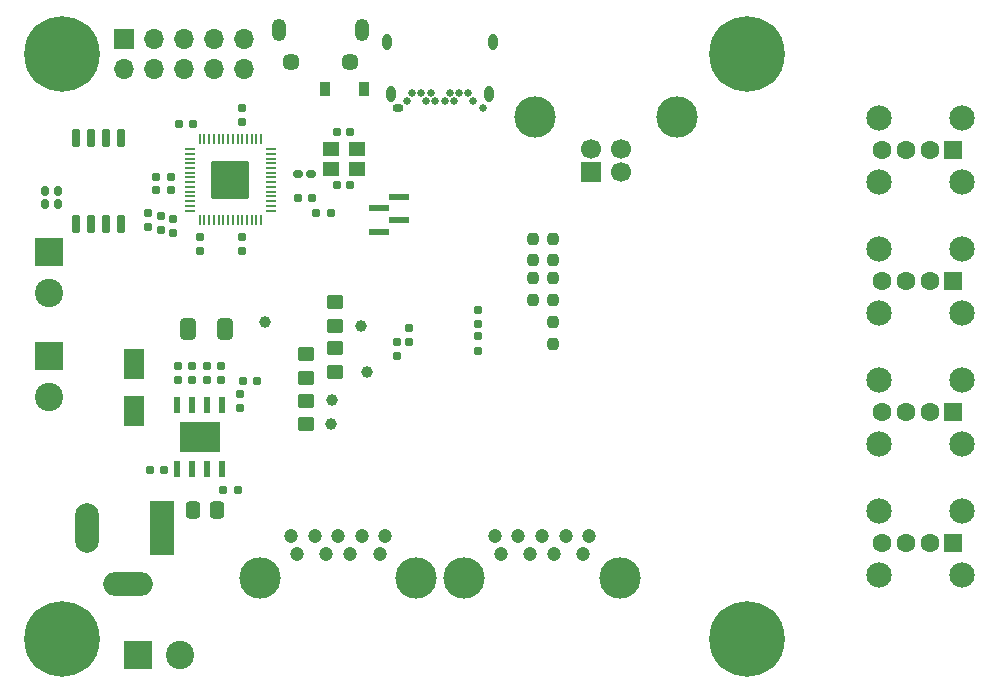
<source format=gbs>
G04 #@! TF.GenerationSoftware,KiCad,Pcbnew,(6.0.2)*
G04 #@! TF.CreationDate,2022-10-12T22:23:14+11:00*
G04 #@! TF.ProjectId,usb_xwitch,7573625f-7877-4697-9463-682e6b696361,0.2*
G04 #@! TF.SameCoordinates,Original*
G04 #@! TF.FileFunction,Soldermask,Bot*
G04 #@! TF.FilePolarity,Negative*
%FSLAX46Y46*%
G04 Gerber Fmt 4.6, Leading zero omitted, Abs format (unit mm)*
G04 Created by KiCad (PCBNEW (6.0.2)) date 2022-10-12 22:23:14*
%MOMM*%
%LPD*%
G01*
G04 APERTURE LIST*
G04 Aperture macros list*
%AMRoundRect*
0 Rectangle with rounded corners*
0 $1 Rounding radius*
0 $2 $3 $4 $5 $6 $7 $8 $9 X,Y pos of 4 corners*
0 Add a 4 corners polygon primitive as box body*
4,1,4,$2,$3,$4,$5,$6,$7,$8,$9,$2,$3,0*
0 Add four circle primitives for the rounded corners*
1,1,$1+$1,$2,$3*
1,1,$1+$1,$4,$5*
1,1,$1+$1,$6,$7*
1,1,$1+$1,$8,$9*
0 Add four rect primitives between the rounded corners*
20,1,$1+$1,$2,$3,$4,$5,0*
20,1,$1+$1,$4,$5,$6,$7,0*
20,1,$1+$1,$6,$7,$8,$9,0*
20,1,$1+$1,$8,$9,$2,$3,0*%
G04 Aperture macros list end*
%ADD10C,6.400000*%
%ADD11R,1.600000X1.600000*%
%ADD12C,1.600000*%
%ADD13C,2.150000*%
%ADD14R,1.700000X1.700000*%
%ADD15C,1.700000*%
%ADD16C,3.500000*%
%ADD17R,2.000000X4.600000*%
%ADD18O,2.000000X4.200000*%
%ADD19O,4.200000X2.000000*%
%ADD20C,1.450000*%
%ADD21O,1.200000X1.900000*%
%ADD22O,0.950000X0.650000*%
%ADD23C,0.650000*%
%ADD24O,0.800000X1.400000*%
%ADD25C,1.200000*%
%ADD26R,2.400000X2.400000*%
%ADD27C,2.400000*%
%ADD28O,1.700000X1.700000*%
%ADD29RoundRect,0.160000X0.160000X-0.197500X0.160000X0.197500X-0.160000X0.197500X-0.160000X-0.197500X0*%
%ADD30RoundRect,0.160000X0.160000X-0.222500X0.160000X0.222500X-0.160000X0.222500X-0.160000X-0.222500X0*%
%ADD31RoundRect,0.250000X0.450000X-0.350000X0.450000X0.350000X-0.450000X0.350000X-0.450000X-0.350000X0*%
%ADD32RoundRect,0.160000X-0.160000X0.197500X-0.160000X-0.197500X0.160000X-0.197500X0.160000X0.197500X0*%
%ADD33RoundRect,0.160000X0.197500X0.160000X-0.197500X0.160000X-0.197500X-0.160000X0.197500X-0.160000X0*%
%ADD34C,1.000000*%
%ADD35R,1.400000X1.200000*%
%ADD36RoundRect,0.050000X-0.050000X0.387500X-0.050000X-0.387500X0.050000X-0.387500X0.050000X0.387500X0*%
%ADD37RoundRect,0.050000X-0.387500X0.050000X-0.387500X-0.050000X0.387500X-0.050000X0.387500X0.050000X0*%
%ADD38RoundRect,0.144000X-1.456000X1.456000X-1.456000X-1.456000X1.456000X-1.456000X1.456000X1.456000X0*%
%ADD39R,0.558800X1.460500*%
%ADD40R,3.454400X2.565400*%
%ADD41RoundRect,0.160000X-0.222500X-0.160000X0.222500X-0.160000X0.222500X0.160000X-0.222500X0.160000X0*%
%ADD42RoundRect,0.250000X0.412500X0.650000X-0.412500X0.650000X-0.412500X-0.650000X0.412500X-0.650000X0*%
%ADD43RoundRect,0.237500X-0.237500X0.250000X-0.237500X-0.250000X0.237500X-0.250000X0.237500X0.250000X0*%
%ADD44R,1.800000X2.500000*%
%ADD45RoundRect,0.160000X-0.197500X-0.160000X0.197500X-0.160000X0.197500X0.160000X-0.197500X0.160000X0*%
%ADD46RoundRect,0.155000X-0.212500X-0.155000X0.212500X-0.155000X0.212500X0.155000X-0.212500X0.155000X0*%
%ADD47RoundRect,0.155000X0.212500X0.155000X-0.212500X0.155000X-0.212500X-0.155000X0.212500X-0.155000X0*%
%ADD48RoundRect,0.150000X-0.150000X0.650000X-0.150000X-0.650000X0.150000X-0.650000X0.150000X0.650000X0*%
%ADD49RoundRect,0.237500X0.237500X-0.250000X0.237500X0.250000X-0.237500X0.250000X-0.237500X-0.250000X0*%
%ADD50R,0.900000X1.200000*%
%ADD51R,1.750000X0.600000*%
%ADD52RoundRect,0.250000X-0.337500X-0.475000X0.337500X-0.475000X0.337500X0.475000X-0.337500X0.475000X0*%
G04 APERTURE END LIST*
D10*
X103500000Y-133000000D03*
D11*
X179000000Y-124900000D03*
D12*
X177000000Y-124900000D03*
X175000000Y-124900000D03*
X173000000Y-124900000D03*
D13*
X179730000Y-122180000D03*
X179730000Y-127620000D03*
X172730000Y-122180000D03*
X172730000Y-127620000D03*
D14*
X148350000Y-93527500D03*
D15*
X150850000Y-93527500D03*
X150850000Y-91527500D03*
X148350000Y-91527500D03*
D16*
X155620000Y-88817500D03*
X143580000Y-88817500D03*
D17*
X111991500Y-123602000D03*
D18*
X105691500Y-123602000D03*
D19*
X109091500Y-128402000D03*
D11*
X179000000Y-102700000D03*
D12*
X177000000Y-102700000D03*
X175000000Y-102700000D03*
X173000000Y-102700000D03*
D13*
X179730000Y-105420000D03*
X172730000Y-105420000D03*
X179730000Y-99980000D03*
X172730000Y-99980000D03*
D11*
X179000000Y-113800000D03*
D12*
X177000000Y-113800000D03*
X175000000Y-113800000D03*
X173000000Y-113800000D03*
D13*
X172730000Y-116520000D03*
X172730000Y-111080000D03*
X179730000Y-116520000D03*
X179730000Y-111080000D03*
D20*
X122900000Y-84152500D03*
X127900000Y-84152500D03*
D21*
X121900000Y-81452500D03*
X128900000Y-81452500D03*
D22*
X131950000Y-88110000D03*
D23*
X139150000Y-88110000D03*
X132750000Y-87460000D03*
X133150000Y-86760000D03*
X133950000Y-86760000D03*
X134350000Y-87460000D03*
X134750000Y-86760000D03*
X135150000Y-87460000D03*
X135950000Y-87460000D03*
X136350000Y-86760000D03*
X136750000Y-87460000D03*
X137150000Y-86760000D03*
X137950000Y-86760000D03*
X138350000Y-87460000D03*
D24*
X139680000Y-86860000D03*
X131420000Y-86860000D03*
X140040000Y-82470000D03*
X131060000Y-82470000D03*
D10*
X103500000Y-83500000D03*
D25*
X140675000Y-125825000D03*
X143175000Y-125825000D03*
X145175000Y-125825000D03*
X147675000Y-125825000D03*
X148175000Y-124325000D03*
X146175000Y-124325000D03*
X144175000Y-124325000D03*
X142175000Y-124325000D03*
X140175000Y-124325000D03*
D16*
X150775000Y-127825000D03*
X137575000Y-127825000D03*
D26*
X102400000Y-100250000D03*
D27*
X102400000Y-103750000D03*
D11*
X179000000Y-91600000D03*
D12*
X177000000Y-91600000D03*
X175000000Y-91600000D03*
X173000000Y-91600000D03*
D13*
X179730000Y-94320000D03*
X179730000Y-88880000D03*
X172730000Y-94320000D03*
X172730000Y-88880000D03*
D26*
X110010000Y-134400000D03*
D27*
X113510000Y-134400000D03*
D14*
X108750000Y-82230000D03*
D28*
X108750000Y-84770000D03*
X111290000Y-82230000D03*
X111290000Y-84770000D03*
X113830000Y-82230000D03*
X113830000Y-84770000D03*
X116370000Y-82230000D03*
X116370000Y-84770000D03*
X118910000Y-82230000D03*
X118910000Y-84770000D03*
D25*
X123425000Y-125825000D03*
X125925000Y-125825000D03*
X127925000Y-125825000D03*
X130425000Y-125825000D03*
X130925000Y-124325000D03*
X128925000Y-124325000D03*
X126925000Y-124325000D03*
X124925000Y-124325000D03*
X122925000Y-124325000D03*
D16*
X133525000Y-127825000D03*
X120325000Y-127825000D03*
D10*
X161500000Y-133000000D03*
D26*
X102400000Y-109050000D03*
D27*
X102400000Y-112550000D03*
D10*
X161500000Y-83500000D03*
D29*
X114525000Y-111122500D03*
X114525000Y-109927500D03*
D30*
X102125000Y-96222500D03*
X102125000Y-95077500D03*
D31*
X124200000Y-110900000D03*
X124200000Y-108900000D03*
D32*
X118800000Y-98977500D03*
X118800000Y-100172500D03*
D33*
X118397500Y-120400000D03*
X117202500Y-120400000D03*
D31*
X126625000Y-110425000D03*
X126625000Y-108425000D03*
D34*
X126350000Y-114840000D03*
D29*
X138760000Y-106337500D03*
X138760000Y-105142500D03*
D32*
X112950000Y-97452500D03*
X112950000Y-98647500D03*
D35*
X126300000Y-91500000D03*
X128500000Y-91500000D03*
X128500000Y-93200000D03*
X126300000Y-93200000D03*
D34*
X126400000Y-112820000D03*
D36*
X115200000Y-90712500D03*
X115600000Y-90712500D03*
X116000000Y-90712500D03*
X116400000Y-90712500D03*
X116800000Y-90712500D03*
X117200000Y-90712500D03*
X117600000Y-90712500D03*
X118000000Y-90712500D03*
X118400000Y-90712500D03*
X118800000Y-90712500D03*
X119200000Y-90712500D03*
X119600000Y-90712500D03*
X120000000Y-90712500D03*
X120400000Y-90712500D03*
D37*
X121237500Y-91550000D03*
X121237500Y-91950000D03*
X121237500Y-92350000D03*
X121237500Y-92750000D03*
X121237500Y-93150000D03*
X121237500Y-93550000D03*
X121237500Y-93950000D03*
X121237500Y-94350000D03*
X121237500Y-94750000D03*
X121237500Y-95150000D03*
X121237500Y-95550000D03*
X121237500Y-95950000D03*
X121237500Y-96350000D03*
X121237500Y-96750000D03*
D36*
X120400000Y-97587500D03*
X120000000Y-97587500D03*
X119600000Y-97587500D03*
X119200000Y-97587500D03*
X118800000Y-97587500D03*
X118400000Y-97587500D03*
X118000000Y-97587500D03*
X117600000Y-97587500D03*
X117200000Y-97587500D03*
X116800000Y-97587500D03*
X116400000Y-97587500D03*
X116000000Y-97587500D03*
X115600000Y-97587500D03*
X115200000Y-97587500D03*
D37*
X114362500Y-96750000D03*
X114362500Y-96350000D03*
X114362500Y-95950000D03*
X114362500Y-95550000D03*
X114362500Y-95150000D03*
X114362500Y-94750000D03*
X114362500Y-94350000D03*
X114362500Y-93950000D03*
X114362500Y-93550000D03*
X114362500Y-93150000D03*
X114362500Y-92750000D03*
X114362500Y-92350000D03*
X114362500Y-91950000D03*
X114362500Y-91550000D03*
D38*
X117800000Y-94150000D03*
D29*
X118800000Y-89247500D03*
X118800000Y-88052500D03*
D30*
X103175000Y-96222500D03*
X103175000Y-95077500D03*
D32*
X115200000Y-98952500D03*
X115200000Y-100147500D03*
D39*
X113295000Y-113175850D03*
X114565000Y-113175850D03*
X115835000Y-113175850D03*
X117105000Y-113175850D03*
X117105000Y-118624150D03*
X115835000Y-118624150D03*
X114565000Y-118624150D03*
X113295000Y-118624150D03*
D40*
X115200000Y-115900000D03*
D41*
X123502500Y-93625000D03*
X124647500Y-93625000D03*
D32*
X110850000Y-96952500D03*
X110850000Y-98147500D03*
D42*
X117362500Y-106800000D03*
X114237500Y-106800000D03*
D34*
X129375000Y-110450000D03*
D43*
X145110000Y-106217500D03*
X145110000Y-108042500D03*
D31*
X124200000Y-114850000D03*
X124200000Y-112850000D03*
D34*
X128850000Y-106525000D03*
D31*
X126675000Y-106525000D03*
X126675000Y-104525000D03*
D33*
X114627500Y-89460000D03*
X113432500Y-89460000D03*
D44*
X109590000Y-113730000D03*
X109590000Y-109730000D03*
D45*
X125077500Y-96950000D03*
X126272500Y-96950000D03*
D46*
X126782500Y-90100000D03*
X127917500Y-90100000D03*
D29*
X116975000Y-111122500D03*
X116975000Y-109927500D03*
D47*
X127942500Y-94600000D03*
X126807500Y-94600000D03*
D34*
X120750000Y-106200000D03*
D43*
X145090000Y-99117500D03*
X145090000Y-100942500D03*
D48*
X104695000Y-90650000D03*
X105965000Y-90650000D03*
X107235000Y-90650000D03*
X108505000Y-90650000D03*
X108505000Y-97850000D03*
X107235000Y-97850000D03*
X105965000Y-97850000D03*
X104695000Y-97850000D03*
D49*
X143440000Y-100942500D03*
X143440000Y-99117500D03*
D29*
X115825000Y-111122500D03*
X115825000Y-109927500D03*
D45*
X111002500Y-118700000D03*
X112197500Y-118700000D03*
D43*
X143450000Y-102487500D03*
X143450000Y-104312500D03*
D33*
X112722500Y-95000000D03*
X111527500Y-95000000D03*
D29*
X138760000Y-108607500D03*
X138760000Y-107412500D03*
X131880000Y-109087500D03*
X131880000Y-107892500D03*
D50*
X129100000Y-86450000D03*
X125800000Y-86450000D03*
D29*
X132910000Y-107887500D03*
X132910000Y-106692500D03*
X118570000Y-113457500D03*
X118570000Y-112262500D03*
D45*
X118852500Y-111160000D03*
X120047500Y-111160000D03*
D29*
X113325000Y-111122500D03*
X113325000Y-109927500D03*
D51*
X130355000Y-98570000D03*
X132105000Y-97570000D03*
X130355000Y-96570000D03*
X132105000Y-95570000D03*
D45*
X123522500Y-95670000D03*
X124717500Y-95670000D03*
D32*
X111900000Y-97202500D03*
X111900000Y-98397500D03*
D49*
X145100000Y-104312500D03*
X145100000Y-102487500D03*
D52*
X114587500Y-122125000D03*
X116662500Y-122125000D03*
D33*
X112722500Y-93950000D03*
X111527500Y-93950000D03*
M02*

</source>
